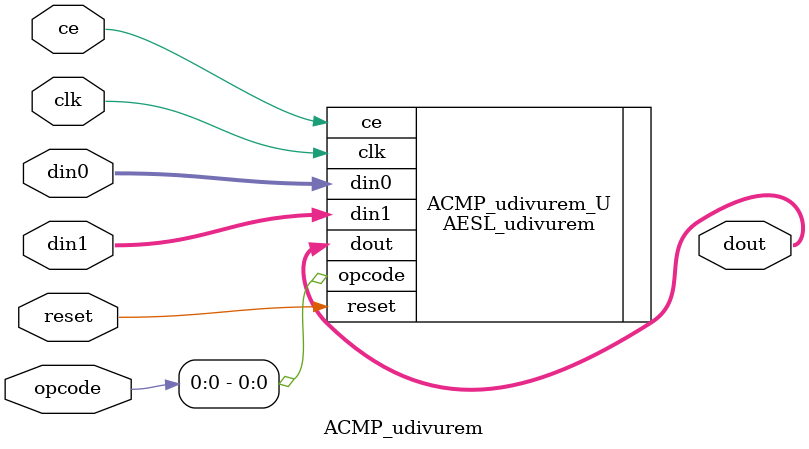
<source format=v>



module ACMP_add_comb(din0, din1, dout);
parameter ID = 0;
parameter NUM_STAGE = 1;
parameter din0_WIDTH = 32; 
parameter din1_WIDTH = 32;
parameter dout_WIDTH = 32;
input[din0_WIDTH-1:0] din0;
input[din1_WIDTH-1:0] din1;
output[dout_WIDTH-1:0] dout;

AESL_Add #(NUM_STAGE, din0_WIDTH, din1_WIDTH, dout_WIDTH) 
    ACMP_Add_U (
        .clk(1'b1),
        .reset(1'b1),
        .ce(1'b1),
        .din0(din0),
        .din1(din1),
        .dout(dout));

endmodule

module ACMP_add(clk, reset, ce, din0, din1, dout);
parameter ID = 0;
parameter NUM_STAGE = 2;
parameter din0_WIDTH = 32; 
parameter din1_WIDTH = 32;
parameter dout_WIDTH = 32;
input    clk, reset, ce;
input[din0_WIDTH-1:0] din0;
input[din1_WIDTH-1:0] din1;
output[dout_WIDTH-1:0] dout;

AESL_Add #(NUM_STAGE, din0_WIDTH, din1_WIDTH, dout_WIDTH) 
    ACMP_Add_U (
        .clk(clk),
        .reset(reset),
        .ce(ce),
        .din0(din0),
        .din1(din1),
        .dout(dout));

endmodule


//-----------------------------------------------------------------------------
//-- Sub.
//-----------------------------------------------------------------------------
module ACMP_sub_comb (din0, din1, dout);
parameter ID = 0;
parameter   NUM_STAGE = 1;
parameter   din0_WIDTH = 32;
parameter   din1_WIDTH = 32;
parameter   dout_WIDTH = 32;
input[din0_WIDTH-1:0]    din0;
input[din1_WIDTH-1:0]    din1;
output[dout_WIDTH-1:0]   dout;

AESL_Sub #(NUM_STAGE, din0_WIDTH, din1_WIDTH, dout_WIDTH)
    ACMP_Sub_U(
        .clk(1'b1),
        .reset(1'b1),
        .ce(1'b1),
        .din0(din0),
        .din1(din1),
        .dout(dout));

endmodule


module ACMP_sub (clk, reset, ce, din0, din1, dout);
parameter ID = 0;
parameter   NUM_STAGE = 2;
parameter   din0_WIDTH = 32;
parameter   din1_WIDTH = 32;
parameter   dout_WIDTH = 32;
input    clk, reset, ce;
input[din0_WIDTH-1:0]    din0;
input[din1_WIDTH-1:0]    din1;
output[dout_WIDTH-1:0]   dout;

AESL_Sub #(NUM_STAGE, din0_WIDTH, din1_WIDTH, dout_WIDTH)
    ACMP_Sub_U(
        .clk(clk),
        .reset(reset),
        .ce(ce),
        .din0(din0),
        .din1(din1),
        .dout(dout));

endmodule



//-----------------------------------------------------------------------------
//-- Mul.
//-----------------------------------------------------------------------------
module ACMP_mul_ss (clk, reset, ce, din0, din1, dout);
parameter ID = 0;
parameter   NUM_STAGE = 2;
parameter   din0_WIDTH = 32;
parameter   din1_WIDTH = 32;
parameter   dout_WIDTH = 32;
input       clk, reset, ce;
input[din0_WIDTH-1:0]   din0;
input[din1_WIDTH-1:0]   din1;
output[dout_WIDTH-1:0]  dout;

AESL_Mul_ss #(NUM_STAGE, din0_WIDTH, din1_WIDTH, dout_WIDTH)
    ACMP_Mul_U (
        .clk(clk),
        .reset(reset),
        .ce(ce),
        .din0(din0),
        .din1(din1),
        .dout(dout));
endmodule 


module ACMP_mul_us (clk, reset, ce, din0, din1, dout);
parameter ID = 0;
parameter   NUM_STAGE = 2;
parameter   din0_WIDTH = 32;
parameter   din1_WIDTH = 32;
parameter   dout_WIDTH = 32;
input       clk, reset, ce;
input[din0_WIDTH-1:0]   din0;
input[din1_WIDTH-1:0]   din1;
output[dout_WIDTH-1:0]  dout;

AESL_Mul_us #(NUM_STAGE, din0_WIDTH, din1_WIDTH, dout_WIDTH)
    ACMP_Mul_U (
        .clk(clk),
        .reset(reset),
        .ce(ce),
        .din0(din0),
        .din1(din1),
        .dout(dout));
endmodule 


module ACMP_mul_su (clk, reset, ce, din0, din1, dout);
parameter ID = 0;
parameter   NUM_STAGE = 2;
parameter   din0_WIDTH = 32;
parameter   din1_WIDTH = 32;
parameter   dout_WIDTH = 32;
input       clk, reset, ce;
input[din0_WIDTH-1:0]   din0;
input[din1_WIDTH-1:0]   din1;
output[dout_WIDTH-1:0]  dout;

AESL_Mul_su #(NUM_STAGE, din0_WIDTH, din1_WIDTH, dout_WIDTH)
    ACMP_Mul_U (
        .clk(clk),
        .reset(reset),
        .ce(ce),
        .din0(din0),
        .din1(din1),
        .dout(dout));
endmodule 


module ACMP_mul_uu (clk, reset, ce, din0, din1, dout);
parameter ID = 0;
parameter   NUM_STAGE = 2;
parameter   din0_WIDTH = 32;
parameter   din1_WIDTH = 32;
parameter   dout_WIDTH = 32;
input       clk, reset, ce;
input[din0_WIDTH-1:0]   din0;
input[din1_WIDTH-1:0]   din1;
output[dout_WIDTH-1:0]  dout;

AESL_Mul_uu #(NUM_STAGE, din0_WIDTH, din1_WIDTH, dout_WIDTH)
    ACMP_Mul_U (
        .clk(clk),
        .reset(reset),
        .ce(ce),
        .din0(din0),
        .din1(din1),
        .dout(dout));
endmodule 


//-----------------------------------------------------------------------------
//-- Single Cycle Mul.
//-----------------------------------------------------------------------------
module ACMP_smul_ss (din0, din1, dout);
parameter ID = 0;
parameter   NUM_STAGE = 2;
parameter   din0_WIDTH = 32;
parameter   din1_WIDTH = 32;
parameter   dout_WIDTH = 32;
input[din0_WIDTH-1:0]   din0;
input[din1_WIDTH-1:0]   din1;
output[dout_WIDTH-1:0]  dout;

AESL_Mul_ss #(NUM_STAGE, din0_WIDTH, din1_WIDTH, dout_WIDTH)
    ACMP_Mul_U (
        .clk(1'b1),
        .reset(1'b1),
        .ce(1'b1),
        .din0(din0),
        .din1(din1),
        .dout(dout));
endmodule 


module ACMP_smul_us (din0, din1, dout);
parameter ID = 0;
parameter   NUM_STAGE = 2;
parameter   din0_WIDTH = 32;
parameter   din1_WIDTH = 32;
parameter   dout_WIDTH = 32;
input[din0_WIDTH-1:0]   din0;
input[din1_WIDTH-1:0]   din1;
output[dout_WIDTH-1:0]  dout;

AESL_Mul_us #(NUM_STAGE, din0_WIDTH, din1_WIDTH, dout_WIDTH)
    ACMP_Mul_U (
        .clk(1'b1),
        .reset(1'b1),
        .ce(1'b1),
        .din0(din0),
        .din1(din1),
        .dout(dout));
endmodule 


module ACMP_smul_su (din0, din1, dout);
parameter ID = 0;
parameter   NUM_STAGE = 2;
parameter   din0_WIDTH = 32;
parameter   din1_WIDTH = 32;
parameter   dout_WIDTH = 32;
input[din0_WIDTH-1:0]   din0;
input[din1_WIDTH-1:0]   din1;
output[dout_WIDTH-1:0]  dout;

AESL_Mul_su #(NUM_STAGE, din0_WIDTH, din1_WIDTH, dout_WIDTH)
    ACMP_Mul_U (
        .clk(1'b1),
        .reset(1'b1),
        .ce(1'b1),
        .din0(din0),
        .din1(din1),
        .dout(dout));
endmodule 


module ACMP_smul_uu (din0, din1, dout);
parameter ID = 0;
parameter   NUM_STAGE = 2;
parameter   din0_WIDTH = 32;
parameter   din1_WIDTH = 32;
parameter   dout_WIDTH = 32;
input[din0_WIDTH-1:0]   din0;
input[din1_WIDTH-1:0]   din1;
output[dout_WIDTH-1:0]  dout;

AESL_Mul_uu #(NUM_STAGE, din0_WIDTH, din1_WIDTH, dout_WIDTH)
    ACMP_Mul_U (
        .clk(1'b1),
        .reset(1'b1),
        .ce(1'b1),
        .din0(din0),
        .din1(din1),
        .dout(dout));
endmodule 


//-----------------------------------------------------------------------------
//-- SDivide.
//------------------------------------------------------------------------------
module ACMP_sdiv_comb(din0, din1, dout);
parameter ID = 0;
parameter   NUM_STAGE = 1;
parameter   din0_WIDTH = 32;
parameter   din1_WIDTH = 32;
parameter   dout_WIDTH = 32;
input[din0_WIDTH-1:0]    din0;
input[din1_WIDTH-1:0]    din1;
output[dout_WIDTH-1:0]   dout;

AESL_sdiv #(NUM_STAGE, din0_WIDTH, din1_WIDTH, dout_WIDTH)
    ACMP_sdiv_U(
        .clk(1'b1),
        .reset(1'b1),
        .ce(1'b1),
        .din0(din0),
        .din1(din1),
        .dout(dout));
endmodule

module ACMP_sdiv(clk, reset, ce, din0, din1, dout);
parameter ID = 0;
parameter   NUM_STAGE = 2;
parameter   din0_WIDTH = 32;
parameter   din1_WIDTH = 32;
parameter   dout_WIDTH = 32;
input    clk, reset, ce;
input[din0_WIDTH-1:0]    din0;
input[din1_WIDTH-1:0]    din1;
output[dout_WIDTH-1:0]   dout;

AESL_sdiv #(NUM_STAGE, din0_WIDTH, din1_WIDTH, dout_WIDTH)
    ACMP_sdiv_U(
        .clk(clk),
        .reset(reset),
        .ce(ce),
        .din0(din0),
        .din1(din1),
        .dout(dout));
endmodule


//-----------------------------------------------------------------------------
//-- UDivide.
//-----------------------------------------------------------------------------
module ACMP_udiv_comb (din0, din1, dout);
parameter ID = 0;
parameter    NUM_STAGE = 1;
parameter    din0_WIDTH = 32;
parameter    din1_WIDTH = 32;
parameter    dout_WIDTH = 32;
input[din0_WIDTH-1:0]    din0;
input[din1_WIDTH-1:0]    din1;
output[dout_WIDTH-1:0]   dout;
    
AESL_udiv #(NUM_STAGE, din0_WIDTH, din1_WIDTH, dout_WIDTH)
    ACMP_udiv_U(
        .clk(1'b1),
        .reset(1'b1),
        .ce(1'b1),
        .din0(din0),
        .din1(din1),
        .dout(dout));

endmodule 

module ACMP_udiv (clk, reset, ce, din0, din1, dout);
parameter ID = 0;
parameter    NUM_STAGE = 2;
parameter    din0_WIDTH = 32;
parameter    din1_WIDTH = 32;
parameter    dout_WIDTH = 32;
input    clk, reset, ce;
input[din0_WIDTH-1:0]    din0;
input[din1_WIDTH-1:0]    din1;
output[dout_WIDTH-1:0]   dout;
    
AESL_udiv #(NUM_STAGE, din0_WIDTH, din1_WIDTH, dout_WIDTH)
    ACMP_udiv_U(
        .clk(clk),
        .reset(reset),
        .ce(ce),
        .din0(din0),
        .din1(din1),
        .dout(dout));

endmodule 

//-----------------------------------------------------------------------------
//-- SRem
//-----------------------------------------------------------------------------
module ACMP_srem_comb (din0, din1, dout);
parameter ID = 0;
parameter    NUM_STAGE = 1;
parameter    din0_WIDTH = 32;
parameter    din1_WIDTH = 32;
parameter    dout_WIDTH = 32;
input[din0_WIDTH-1:0]    din0;
input[din1_WIDTH-1:0]    din1;
output[dout_WIDTH-1:0]   dout;

AESL_srem #(NUM_STAGE, din0_WIDTH, din1_WIDTH, dout_WIDTH)
    ACMP_srem_U (
        .clk(1'b1),
        .reset(1'b1),
        .ce(1'b1),
        .din0(din0),
        .din1(din1),
        .dout(dout));
endmodule 

module ACMP_srem (clk, reset, ce, din0, din1, dout);
parameter ID = 0;
parameter    NUM_STAGE = 2;
parameter    din0_WIDTH = 32;
parameter    din1_WIDTH = 32;
parameter    dout_WIDTH = 32;
input    clk, reset, ce;
input[din0_WIDTH-1:0]    din0;
input[din1_WIDTH-1:0]    din1;
output[dout_WIDTH-1:0]   dout;

AESL_srem #(NUM_STAGE, din0_WIDTH, din1_WIDTH, dout_WIDTH)
    ACMP_srem_U (
        .clk(clk),
        .reset(reset),
        .ce(ce),
        .din0(din0),
        .din1(din1),
        .dout(dout));
endmodule 


//----------------------------------------------------------------------------
//-- URem.
//----------------------------------------------------------------------------
module ACMP_urem_comb (din0, din1, dout);
parameter ID = 0;
parameter    NUM_STAGE = 1;
parameter    din0_WIDTH = 32;
parameter    din1_WIDTH = 32;
parameter    dout_WIDTH = 32;
input[din0_WIDTH-1:0]    din0;
input[din1_WIDTH-1:0]    din1;
output[dout_WIDTH-1:0]   dout;

AESL_urem #(NUM_STAGE, din0_WIDTH, din1_WIDTH, dout_WIDTH)
    ACMP_urem_U (
        .clk(1'b1),
        .reset(1'b1),
        .ce(1'b1),
        .din0(din0),
        .din1(din1),
        .dout(dout));
endmodule 


module ACMP_urem (clk, reset, ce, din0, din1, dout);
parameter ID = 0;
parameter    NUM_STAGE = 2;
parameter    din0_WIDTH = 32;
parameter    din1_WIDTH = 32;
parameter    dout_WIDTH = 32;
input    clk, reset, ce;
input[din0_WIDTH-1:0]    din0;
input[din1_WIDTH-1:0]    din1;
output[dout_WIDTH-1:0]   dout;

AESL_urem #(NUM_STAGE, din0_WIDTH, din1_WIDTH, dout_WIDTH)
    ACMP_urem_U (
        .clk(clk),
        .reset(reset),
        .ce(ce),
        .din0(din0),
        .din1(din1),
        .dout(dout));
endmodule 



//-----------------------------------------------------------------------------
//-- SDiv/SRem
//-----------------------------------------------------------------------------
module ACMP_sdivsrem_comb (opcode, din0, din1, dout);
   parameter ID = 0;
   parameter NUM_STAGE = 1;
   parameter din0_WIDTH = 32;
   parameter din1_WIDTH = 32;
   parameter dout_WIDTH = 32;
   input [1:0] opcode;
   input [din0_WIDTH-1:0] din0;
   input [din1_WIDTH-1:0] din1;
   output [dout_WIDTH-1:0] dout;

   AESL_sdivsrem #(NUM_STAGE, din0_WIDTH, din1_WIDTH, dout_WIDTH)
   ACMP_sdivsrem_U (
                    .clk(1'b1),
                    .reset(1'b1),
                    .ce(1'b1),
                    .opcode(opcode[0]), 
                    .din0(din0),
                    .din1(din1),
                    .dout(dout));
endmodule 

module ACMP_sdivsrem (clk, reset, ce, opcode, din0, din1, dout);
   parameter ID = 0;
   parameter NUM_STAGE = 2;
   parameter din0_WIDTH = 32;
   parameter din1_WIDTH = 32;
   parameter dout_WIDTH = 32;
   input     clk, reset, ce;
   input [1:0] opcode;
   input [din0_WIDTH-1:0] din0;
   input [din1_WIDTH-1:0] din1;
   output [dout_WIDTH-1:0] dout;

   AESL_sdivsrem #(NUM_STAGE, din0_WIDTH, din1_WIDTH, dout_WIDTH)
   ACMP_sdivsrem_U (
                    .clk(clk),
                    .reset(reset),
                    .ce(ce),
                    .opcode(opcode[0]), 
                    .din0(din0),
                    .din1(din1),
                    .dout(dout));
endmodule 


//----------------------------------------------------------------------------
//-- UDiv/URem
//----------------------------------------------------------------------------
module ACMP_udivurem_comb (opcode, din0, din1, dout);
   parameter ID = 0;
   parameter NUM_STAGE = 1;
   parameter din0_WIDTH = 32;
   parameter din1_WIDTH = 32;
   parameter dout_WIDTH = 32;
   input [1:0] opcode;
   input [din0_WIDTH-1:0] din0;
   input [din1_WIDTH-1:0] din1;
   output [dout_WIDTH-1:0] dout;

   AESL_udivurem #(NUM_STAGE, din0_WIDTH, din1_WIDTH, dout_WIDTH)
   ACMP_udivurem_U (
                    .clk(1'b1),
                    .reset(1'b1),
                    .ce(1'b1),
                    .opcode(opcode[0]), 
                    .din0(din0),
                    .din1(din1),
                    .dout(dout));
endmodule 

module ACMP_udivurem (clk, reset, ce, opcode, din0, din1, dout);
   parameter ID = 0;
   parameter NUM_STAGE = 2;
   parameter din0_WIDTH = 32;
   parameter din1_WIDTH = 32;
   parameter dout_WIDTH = 32;
   input     clk, reset, ce;
   input [1:0] opcode;
   input [din0_WIDTH-1:0] din0;
   input [din1_WIDTH-1:0] din1;
   output [dout_WIDTH-1:0] dout;

   AESL_udivurem #(NUM_STAGE, din0_WIDTH, din1_WIDTH, dout_WIDTH)
   ACMP_udivurem_U (
                    .clk(clk),
                    .reset(reset),
                    .ce(ce),
                    .opcode(opcode[0]), 
                    .din0(din0),
                    .din1(din1),
                    .dout(dout));
endmodule 



</source>
